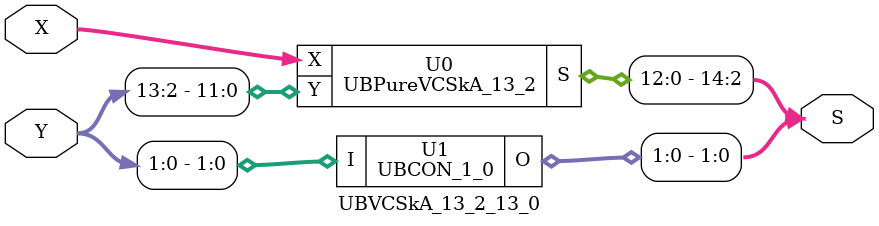
<source format=v>
/*----------------------------------------------------------------------------
  Copyright (c) 2021 Homma laboratory. All rights reserved.

  Top module: Multiplier_5_0_5_000

  Number system: Unsigned binary
  Multiplicand length: 6
  Multiplier length: 6
  Partial product generation: PPG with Radix-4 modified Booth recoding
  Partial product accumulation: (4;2) compressor tree
  Final stage addition: Carry-skip adder (variable-block-size)
----------------------------------------------------------------------------*/

module NUBZero_6_6(O);
  output [6:6] O;
  assign O[6] = 0;
endmodule

module R4BEEL_0_2(O_ds, O_d1, O_d0, I2, I1);
  output O_ds, O_d1, O_d0;
  input I1;
  input I2;
  assign O_d0 = I1;
  assign O_d1 = I2 & ( ~ I1 );
  assign O_ds = I2;
endmodule

module R4BEE_1(O_ds, O_d1, O_d0, I2, I1, I0);
  output O_ds, O_d1, O_d0;
  input I0;
  input I1;
  input I2;
  assign O_d0 = I1 ^ I0;
  assign O_d1 = ( I2 ^ I1 ) & ( ~ ( I1 ^ I0 ) );
  assign O_ds = I2;
endmodule

module R4BEE_2(O_ds, O_d1, O_d0, I2, I1, I0);
  output O_ds, O_d1, O_d0;
  input I0;
  input I1;
  input I2;
  assign O_d0 = I1 ^ I0;
  assign O_d1 = ( I2 ^ I1 ) & ( ~ ( I1 ^ I0 ) );
  assign O_ds = I2;
endmodule

module R4BEEH_3_2(O_ds, O_d1, O_d0, I1, I0);
  output O_ds, O_d1, O_d0;
  input I0;
  input I1;
  assign O_d0 = I1 ^ I0;
  assign O_d1 = 0;
  assign O_ds = I1;
endmodule

module SD41DDECON_0(S, U_d1, U_d0, I_ds, I_d1, I_d0);
  output S;
  output U_d1, U_d0;
  input I_ds, I_d1, I_d0;
  assign S = I_ds;
  assign U_d0 = I_d0;
  assign U_d1 = I_d1;
endmodule

module U4DPPGL_0_0(Po, O, I, U_d1, U_d0);
  output O;
  output Po;
  input I;
  input U_d1, U_d0;
  assign O = I & U_d0;
  assign Po = I & U_d1;
endmodule

module U4DPPG_1_0(Po, O, I, U_d1, U_d0, Pi);
  output O;
  output Po;
  input I;
  input Pi;
  input U_d1, U_d0;
  assign O = ( I & U_d0 ) | Pi;
  assign Po = I & U_d1;
endmodule

module U4DPPG_2_0(Po, O, I, U_d1, U_d0, Pi);
  output O;
  output Po;
  input I;
  input Pi;
  input U_d1, U_d0;
  assign O = ( I & U_d0 ) | Pi;
  assign Po = I & U_d1;
endmodule

module U4DPPG_3_0(Po, O, I, U_d1, U_d0, Pi);
  output O;
  output Po;
  input I;
  input Pi;
  input U_d1, U_d0;
  assign O = ( I & U_d0 ) | Pi;
  assign Po = I & U_d1;
endmodule

module U4DPPG_4_0(Po, O, I, U_d1, U_d0, Pi);
  output O;
  output Po;
  input I;
  input Pi;
  input U_d1, U_d0;
  assign O = ( I & U_d0 ) | Pi;
  assign Po = I & U_d1;
endmodule

module U4DPPG_5_0(Po, O, I, U_d1, U_d0, Pi);
  output O;
  output Po;
  input I;
  input Pi;
  input U_d1, U_d0;
  assign O = ( I & U_d0 ) | Pi;
  assign Po = I & U_d1;
endmodule

module U4DPPGH_6_0(Po, O, I, U_d1, U_d0, Pi);
  output O;
  output Po;
  input I;
  input Pi;
  input U_d1, U_d0;
  assign O = ( I & U_d0 ) | Pi;
  assign Po = I & ( U_d1 | U_d0 );
endmodule

module BWCPP_0(O, I, S);
  output O;
  input I;
  input S;
  assign O = S ^ I;
endmodule

module BWCPP_1(O, I, S);
  output O;
  input I;
  input S;
  assign O = S ^ I;
endmodule

module BWCPP_2(O, I, S);
  output O;
  input I;
  input S;
  assign O = S ^ I;
endmodule

module BWCPP_3(O, I, S);
  output O;
  input I;
  input S;
  assign O = S ^ I;
endmodule

module BWCPP_4(O, I, S);
  output O;
  input I;
  input S;
  assign O = S ^ I;
endmodule

module BWCPP_5(O, I, S);
  output O;
  input I;
  input S;
  assign O = S ^ I;
endmodule

module BWCPP_6(O, I, S);
  output O;
  input I;
  input S;
  assign O = S ^ I;
endmodule

module BWCNP_7(O, I, S);
  output O;
  input I;
  input S;
  assign O = ( ~ S ) ^ I;
endmodule

module UBBBG_0(O, S);
  output O;
  input S;
  assign O = S;
endmodule

module SD41DDECON_1(S, U_d1, U_d0, I_ds, I_d1, I_d0);
  output S;
  output U_d1, U_d0;
  input I_ds, I_d1, I_d0;
  assign S = I_ds;
  assign U_d0 = I_d0;
  assign U_d1 = I_d1;
endmodule

module U4DPPGL_0_1(Po, O, I, U_d1, U_d0);
  output O;
  output Po;
  input I;
  input U_d1, U_d0;
  assign O = I & U_d0;
  assign Po = I & U_d1;
endmodule

module U4DPPG_1_1(Po, O, I, U_d1, U_d0, Pi);
  output O;
  output Po;
  input I;
  input Pi;
  input U_d1, U_d0;
  assign O = ( I & U_d0 ) | Pi;
  assign Po = I & U_d1;
endmodule

module U4DPPG_2_1(Po, O, I, U_d1, U_d0, Pi);
  output O;
  output Po;
  input I;
  input Pi;
  input U_d1, U_d0;
  assign O = ( I & U_d0 ) | Pi;
  assign Po = I & U_d1;
endmodule

module U4DPPG_3_1(Po, O, I, U_d1, U_d0, Pi);
  output O;
  output Po;
  input I;
  input Pi;
  input U_d1, U_d0;
  assign O = ( I & U_d0 ) | Pi;
  assign Po = I & U_d1;
endmodule

module U4DPPG_4_1(Po, O, I, U_d1, U_d0, Pi);
  output O;
  output Po;
  input I;
  input Pi;
  input U_d1, U_d0;
  assign O = ( I & U_d0 ) | Pi;
  assign Po = I & U_d1;
endmodule

module U4DPPG_5_1(Po, O, I, U_d1, U_d0, Pi);
  output O;
  output Po;
  input I;
  input Pi;
  input U_d1, U_d0;
  assign O = ( I & U_d0 ) | Pi;
  assign Po = I & U_d1;
endmodule

module U4DPPGH_6_1(Po, O, I, U_d1, U_d0, Pi);
  output O;
  output Po;
  input I;
  input Pi;
  input U_d1, U_d0;
  assign O = ( I & U_d0 ) | Pi;
  assign Po = I & ( U_d1 | U_d0 );
endmodule

module BWCPP_7(O, I, S);
  output O;
  input I;
  input S;
  assign O = S ^ I;
endmodule

module BWCPP_8(O, I, S);
  output O;
  input I;
  input S;
  assign O = S ^ I;
endmodule

module BWCNP_9(O, I, S);
  output O;
  input I;
  input S;
  assign O = ( ~ S ) ^ I;
endmodule

module UBBBG_2(O, S);
  output O;
  input S;
  assign O = S;
endmodule

module SD41DDECON_2(S, U_d1, U_d0, I_ds, I_d1, I_d0);
  output S;
  output U_d1, U_d0;
  input I_ds, I_d1, I_d0;
  assign S = I_ds;
  assign U_d0 = I_d0;
  assign U_d1 = I_d1;
endmodule

module U4DPPGL_0_2(Po, O, I, U_d1, U_d0);
  output O;
  output Po;
  input I;
  input U_d1, U_d0;
  assign O = I & U_d0;
  assign Po = I & U_d1;
endmodule

module U4DPPG_1_2(Po, O, I, U_d1, U_d0, Pi);
  output O;
  output Po;
  input I;
  input Pi;
  input U_d1, U_d0;
  assign O = ( I & U_d0 ) | Pi;
  assign Po = I & U_d1;
endmodule

module U4DPPG_2_2(Po, O, I, U_d1, U_d0, Pi);
  output O;
  output Po;
  input I;
  input Pi;
  input U_d1, U_d0;
  assign O = ( I & U_d0 ) | Pi;
  assign Po = I & U_d1;
endmodule

module U4DPPG_3_2(Po, O, I, U_d1, U_d0, Pi);
  output O;
  output Po;
  input I;
  input Pi;
  input U_d1, U_d0;
  assign O = ( I & U_d0 ) | Pi;
  assign Po = I & U_d1;
endmodule

module U4DPPG_4_2(Po, O, I, U_d1, U_d0, Pi);
  output O;
  output Po;
  input I;
  input Pi;
  input U_d1, U_d0;
  assign O = ( I & U_d0 ) | Pi;
  assign Po = I & U_d1;
endmodule

module U4DPPG_5_2(Po, O, I, U_d1, U_d0, Pi);
  output O;
  output Po;
  input I;
  input Pi;
  input U_d1, U_d0;
  assign O = ( I & U_d0 ) | Pi;
  assign Po = I & U_d1;
endmodule

module U4DPPGH_6_2(Po, O, I, U_d1, U_d0, Pi);
  output O;
  output Po;
  input I;
  input Pi;
  input U_d1, U_d0;
  assign O = ( I & U_d0 ) | Pi;
  assign Po = I & ( U_d1 | U_d0 );
endmodule

module BWCPP_9(O, I, S);
  output O;
  input I;
  input S;
  assign O = S ^ I;
endmodule

module BWCPP_10(O, I, S);
  output O;
  input I;
  input S;
  assign O = S ^ I;
endmodule

module BWCNP_11(O, I, S);
  output O;
  input I;
  input S;
  assign O = ( ~ S ) ^ I;
endmodule

module UBBBG_4(O, S);
  output O;
  input S;
  assign O = S;
endmodule

module SD41DDECON_3(S, U_d1, U_d0, I_ds, I_d1, I_d0);
  output S;
  output U_d1, U_d0;
  input I_ds, I_d1, I_d0;
  assign S = I_ds;
  assign U_d0 = I_d0;
  assign U_d1 = I_d1;
endmodule

module U4DPPGL_0_3(Po, O, I, U_d1, U_d0);
  output O;
  output Po;
  input I;
  input U_d1, U_d0;
  assign O = I & U_d0;
  assign Po = I & U_d1;
endmodule

module U4DPPG_1_3(Po, O, I, U_d1, U_d0, Pi);
  output O;
  output Po;
  input I;
  input Pi;
  input U_d1, U_d0;
  assign O = ( I & U_d0 ) | Pi;
  assign Po = I & U_d1;
endmodule

module U4DPPG_2_3(Po, O, I, U_d1, U_d0, Pi);
  output O;
  output Po;
  input I;
  input Pi;
  input U_d1, U_d0;
  assign O = ( I & U_d0 ) | Pi;
  assign Po = I & U_d1;
endmodule

module U4DPPG_3_3(Po, O, I, U_d1, U_d0, Pi);
  output O;
  output Po;
  input I;
  input Pi;
  input U_d1, U_d0;
  assign O = ( I & U_d0 ) | Pi;
  assign Po = I & U_d1;
endmodule

module U4DPPG_4_3(Po, O, I, U_d1, U_d0, Pi);
  output O;
  output Po;
  input I;
  input Pi;
  input U_d1, U_d0;
  assign O = ( I & U_d0 ) | Pi;
  assign Po = I & U_d1;
endmodule

module U4DPPG_5_3(Po, O, I, U_d1, U_d0, Pi);
  output O;
  output Po;
  input I;
  input Pi;
  input U_d1, U_d0;
  assign O = ( I & U_d0 ) | Pi;
  assign Po = I & U_d1;
endmodule

module U4DPPGH_6_3(Po, O, I, U_d1, U_d0, Pi);
  output O;
  output Po;
  input I;
  input Pi;
  input U_d1, U_d0;
  assign O = ( I & U_d0 ) | Pi;
  assign Po = I & ( U_d1 | U_d0 );
endmodule

module BWCPP_11(O, I, S);
  output O;
  input I;
  input S;
  assign O = S ^ I;
endmodule

module BWCPP_12(O, I, S);
  output O;
  input I;
  input S;
  assign O = S ^ I;
endmodule

module BWCNP_13(O, I, S);
  output O;
  input I;
  input S;
  assign O = ( ~ S ) ^ I;
endmodule

module UBBBG_6(O, S);
  output O;
  input S;
  assign O = S;
endmodule

module UBOne_8(O);
  output O;
  assign O = 1;
endmodule

module UB1DCON_8(O, I);
  output O;
  input I;
  assign O = I;
endmodule

module UB1DCON_0(O, I);
  output O;
  input I;
  assign O = I;
endmodule

module UB1DCON_1(O, I);
  output O;
  input I;
  assign O = I;
endmodule

module UB1DCON_2(O, I);
  output O;
  input I;
  assign O = I;
endmodule

module UB1DCON_3(O, I);
  output O;
  input I;
  assign O = I;
endmodule

module UB1DCON_4(O, I);
  output O;
  input I;
  assign O = I;
endmodule

module UB1DCON_5(O, I);
  output O;
  input I;
  assign O = I;
endmodule

module UB1DCON_6(O, I);
  output O;
  input I;
  assign O = I;
endmodule

module UB1DCON_7(O, I);
  output O;
  input I;
  assign O = I;
endmodule

module UBOne_10(O);
  output O;
  assign O = 1;
endmodule

module UB1DCON_10(O, I);
  output O;
  input I;
  assign O = I;
endmodule

module UB1DCON_9(O, I);
  output O;
  input I;
  assign O = I;
endmodule

module UBZero_1_1(O);
  output [1:1] O;
  assign O[1] = 0;
endmodule

module UBOne_12(O);
  output O;
  assign O = 1;
endmodule

module UB1DCON_12(O, I);
  output O;
  input I;
  assign O = I;
endmodule

module UB1DCON_11(O, I);
  output O;
  input I;
  assign O = I;
endmodule

module UBZero_3_3(O);
  output [3:3] O;
  assign O[3] = 0;
endmodule

module UB1DCON_13(O, I);
  output O;
  input I;
  assign O = I;
endmodule

module UBZero_5_5(O);
  output [5:5] O;
  assign O[5] = 0;
endmodule

module UBOne_7(O);
  output O;
  assign O = 1;
endmodule

module UBHA_0(C, S, X, Y);
  output C;
  output S;
  input X;
  input Y;
  assign C = X & Y;
  assign S = X ^ Y;
endmodule

module UBHA_1(C, S, X, Y);
  output C;
  output S;
  input X;
  input Y;
  assign C = X & Y;
  assign S = X ^ Y;
endmodule

module UBFA_2(C, S, X, Y, Z);
  output C;
  output S;
  input X;
  input Y;
  input Z;
  assign C = ( X & Y ) | ( Y & Z ) | ( Z & X );
  assign S = X ^ Y ^ Z;
endmodule

module UBFA_3(C, S, X, Y, Z);
  output C;
  output S;
  input X;
  input Y;
  input Z;
  assign C = ( X & Y ) | ( Y & Z ) | ( Z & X );
  assign S = X ^ Y ^ Z;
endmodule

module UBFA_4(C, S, X, Y, Z);
  output C;
  output S;
  input X;
  input Y;
  input Z;
  assign C = ( X & Y ) | ( Y & Z ) | ( Z & X );
  assign S = X ^ Y ^ Z;
endmodule

module UBFA_5(C, S, X, Y, Z);
  output C;
  output S;
  input X;
  input Y;
  input Z;
  assign C = ( X & Y ) | ( Y & Z ) | ( Z & X );
  assign S = X ^ Y ^ Z;
endmodule

module UBFA_6(C, S, X, Y, Z);
  output C;
  output S;
  input X;
  input Y;
  input Z;
  assign C = ( X & Y ) | ( Y & Z ) | ( Z & X );
  assign S = X ^ Y ^ Z;
endmodule

module UBFA_7(C, S, X, Y, Z);
  output C;
  output S;
  input X;
  input Y;
  input Z;
  assign C = ( X & Y ) | ( Y & Z ) | ( Z & X );
  assign S = X ^ Y ^ Z;
endmodule

module UBFA_8(C, S, X, Y, Z);
  output C;
  output S;
  input X;
  input Y;
  input Z;
  assign C = ( X & Y ) | ( Y & Z ) | ( Z & X );
  assign S = X ^ Y ^ Z;
endmodule

module UBHA_9(C, S, X, Y);
  output C;
  output S;
  input X;
  input Y;
  assign C = X & Y;
  assign S = X ^ Y;
endmodule

module UBHA_10(C, S, X, Y);
  output C;
  output S;
  input X;
  input Y;
  assign C = X & Y;
  assign S = X ^ Y;
endmodule

module UBHA_2(C, S, X, Y);
  output C;
  output S;
  input X;
  input Y;
  assign C = X & Y;
  assign S = X ^ Y;
endmodule

module UBHA_3(C, S, X, Y);
  output C;
  output S;
  input X;
  input Y;
  assign C = X & Y;
  assign S = X ^ Y;
endmodule

module UBZero_6_6(O);
  output [6:6] O;
  assign O[6] = 0;
endmodule

module UB1B4_2CMP_6(Co, C, S, IN0, IN1, IN2, IN3, Ci);
  output C;
  output Co;
  output S;
  input Ci;
  input IN0;
  input IN1;
  input IN2;
  input IN3;
  wire W0;
  wire W1;
  wire W2;
  assign W0 = IN0 ^ IN1;
  assign W1 = IN2 ^ IN3;
  assign W2 = W0 ^ W1;
  assign S = W2 ^ Ci;
  assign C = ( W2 & Ci ) | ( ~ W2 & IN3 );
  assign Co = ( W0 & IN2 ) | ( ~ W0 & IN0 );
endmodule

module UB1B4_2CMP_7(Co, C, S, IN0, IN1, IN2, IN3, Ci);
  output C;
  output Co;
  output S;
  input Ci;
  input IN0;
  input IN1;
  input IN2;
  input IN3;
  wire W0;
  wire W1;
  wire W2;
  assign W0 = IN0 ^ IN1;
  assign W1 = IN2 ^ IN3;
  assign W2 = W0 ^ W1;
  assign S = W2 ^ Ci;
  assign C = ( W2 & Ci ) | ( ~ W2 & IN3 );
  assign Co = ( W0 & IN2 ) | ( ~ W0 & IN0 );
endmodule

module UB1B3_2CMP_8(Co, C, S, IN0, IN1, IN2, Ci);
  output C;
  output Co;
  output S;
  input Ci;
  input IN0;
  input IN1;
  input IN2;
  wire W0;
  wire W1;
  wire W2;
  assign W0 = IN0 ^ IN1;
  assign W1 = IN2;
  assign W2 = W0 ^ W1;
  assign S = W2 ^ Ci;
  assign C = ( W2 & Ci );
  assign Co = ( W0 & IN2 ) | ( ~ W0 & IN0 );
endmodule

module UB1B3_2CMP_9(Co, C, S, IN0, IN1, IN2, Ci);
  output C;
  output Co;
  output S;
  input Ci;
  input IN0;
  input IN1;
  input IN2;
  wire W0;
  wire W1;
  wire W2;
  assign W0 = IN0 ^ IN1;
  assign W1 = IN2;
  assign W2 = W0 ^ W1;
  assign S = W2 ^ Ci;
  assign C = ( W2 & Ci );
  assign Co = ( W0 & IN2 ) | ( ~ W0 & IN0 );
endmodule

module UB1B3_2CMP_10(Co, C, S, IN0, IN1, IN2, Ci);
  output C;
  output Co;
  output S;
  input Ci;
  input IN0;
  input IN1;
  input IN2;
  wire W0;
  wire W1;
  wire W2;
  assign W0 = IN0 ^ IN1;
  assign W1 = IN2;
  assign W2 = W0 ^ W1;
  assign S = W2 ^ Ci;
  assign C = ( W2 & Ci );
  assign Co = ( W0 & IN2 ) | ( ~ W0 & IN0 );
endmodule

module UB1B3_2CMP_11(Co, C, S, IN0, IN1, IN2, Ci);
  output C;
  output Co;
  output S;
  input Ci;
  input IN0;
  input IN1;
  input IN2;
  wire W0;
  wire W1;
  wire W2;
  assign W0 = IN0 ^ IN1;
  assign W1 = IN2;
  assign W2 = W0 ^ W1;
  assign S = W2 ^ Ci;
  assign C = ( W2 & Ci );
  assign Co = ( W0 & IN2 ) | ( ~ W0 & IN0 );
endmodule

module UBFA_12(C, S, X, Y, Z);
  output C;
  output S;
  input X;
  input Y;
  input Z;
  assign C = ( X & Y ) | ( Y & Z ) | ( Z & X );
  assign S = X ^ Y ^ Z;
endmodule

module UBPFA_3(Co, S, P, X, Y, Ci);
  output Co;
  output P;
  output S;
  input Ci;
  input X;
  input Y;
  wire C_0;
  wire C_1;
  wire S_0;
  assign Co = C_0 | C_1;
  assign P = S_0;
  UBHA_3 U0 (C_0, S_0, X, Y);
  UBHA_3 U1 (C_1, S, S_0, Ci);
endmodule

module UBHA_4(C, S, X, Y);
  output C;
  output S;
  input X;
  input Y;
  assign C = X & Y;
  assign S = X ^ Y;
endmodule

module UBPFA_4(Co, S, P, X, Y, Ci);
  output Co;
  output P;
  output S;
  input Ci;
  input X;
  input Y;
  wire C_0;
  wire C_1;
  wire S_0;
  assign Co = C_0 | C_1;
  assign P = S_0;
  UBHA_4 U0 (C_0, S_0, X, Y);
  UBHA_4 U1 (C_1, S, S_0, Ci);
endmodule

module UBCSkB_4_3(Co, S, X, Y, Ci);
  output Co;
  output [4:3] S;
  input Ci;
  input [4:3] X;
  input [4:3] Y;
  wire C4;
  wire C5;
  wire P3;
  wire P4;
  wire Sk;
  assign Sk = ( P3 & P4 ) & Ci;
  assign Co = C5 | Sk;
  UBPFA_3 U0 (C4, S[3], P3, X[3], Y[3], Ci);
  UBPFA_4 U1 (C5, S[4], P4, X[4], Y[4], C4);
endmodule

module UBHA_5(C, S, X, Y);
  output C;
  output S;
  input X;
  input Y;
  assign C = X & Y;
  assign S = X ^ Y;
endmodule

module UBPFA_5(Co, S, P, X, Y, Ci);
  output Co;
  output P;
  output S;
  input Ci;
  input X;
  input Y;
  wire C_0;
  wire C_1;
  wire S_0;
  assign Co = C_0 | C_1;
  assign P = S_0;
  UBHA_5 U0 (C_0, S_0, X, Y);
  UBHA_5 U1 (C_1, S, S_0, Ci);
endmodule

module UBHA_6(C, S, X, Y);
  output C;
  output S;
  input X;
  input Y;
  assign C = X & Y;
  assign S = X ^ Y;
endmodule

module UBPFA_6(Co, S, P, X, Y, Ci);
  output Co;
  output P;
  output S;
  input Ci;
  input X;
  input Y;
  wire C_0;
  wire C_1;
  wire S_0;
  assign Co = C_0 | C_1;
  assign P = S_0;
  UBHA_6 U0 (C_0, S_0, X, Y);
  UBHA_6 U1 (C_1, S, S_0, Ci);
endmodule

module UBHA_7(C, S, X, Y);
  output C;
  output S;
  input X;
  input Y;
  assign C = X & Y;
  assign S = X ^ Y;
endmodule

module UBPFA_7(Co, S, P, X, Y, Ci);
  output Co;
  output P;
  output S;
  input Ci;
  input X;
  input Y;
  wire C_0;
  wire C_1;
  wire S_0;
  assign Co = C_0 | C_1;
  assign P = S_0;
  UBHA_7 U0 (C_0, S_0, X, Y);
  UBHA_7 U1 (C_1, S, S_0, Ci);
endmodule

module UBCSkB_7_5(Co, S, X, Y, Ci);
  output Co;
  output [7:5] S;
  input Ci;
  input [7:5] X;
  input [7:5] Y;
  wire C6;
  wire C7;
  wire C8;
  wire P5;
  wire P6;
  wire P7;
  wire Sk;
  assign Sk = ( P5 & P6 & P7 ) & Ci;
  assign Co = C8 | Sk;
  UBPFA_5 U0 (C6, S[5], P5, X[5], Y[5], Ci);
  UBPFA_6 U1 (C7, S[6], P6, X[6], Y[6], C6);
  UBPFA_7 U2 (C8, S[7], P7, X[7], Y[7], C7);
endmodule

module UBHA_8(C, S, X, Y);
  output C;
  output S;
  input X;
  input Y;
  assign C = X & Y;
  assign S = X ^ Y;
endmodule

module UBPFA_8(Co, S, P, X, Y, Ci);
  output Co;
  output P;
  output S;
  input Ci;
  input X;
  input Y;
  wire C_0;
  wire C_1;
  wire S_0;
  assign Co = C_0 | C_1;
  assign P = S_0;
  UBHA_8 U0 (C_0, S_0, X, Y);
  UBHA_8 U1 (C_1, S, S_0, Ci);
endmodule

module UBPFA_9(Co, S, P, X, Y, Ci);
  output Co;
  output P;
  output S;
  input Ci;
  input X;
  input Y;
  wire C_0;
  wire C_1;
  wire S_0;
  assign Co = C_0 | C_1;
  assign P = S_0;
  UBHA_9 U0 (C_0, S_0, X, Y);
  UBHA_9 U1 (C_1, S, S_0, Ci);
endmodule

module UBPFA_10(Co, S, P, X, Y, Ci);
  output Co;
  output P;
  output S;
  input Ci;
  input X;
  input Y;
  wire C_0;
  wire C_1;
  wire S_0;
  assign Co = C_0 | C_1;
  assign P = S_0;
  UBHA_10 U0 (C_0, S_0, X, Y);
  UBHA_10 U1 (C_1, S, S_0, Ci);
endmodule

module UBCSkB_10_8(Co, S, X, Y, Ci);
  output Co;
  output [10:8] S;
  input Ci;
  input [10:8] X;
  input [10:8] Y;
  wire C10;
  wire C11;
  wire C9;
  wire P10;
  wire P8;
  wire P9;
  wire Sk;
  assign Sk = ( P8 & P9 & P10 ) & Ci;
  assign Co = C11 | Sk;
  UBPFA_8 U0 (C9, S[8], P8, X[8], Y[8], Ci);
  UBPFA_9 U1 (C10, S[9], P9, X[9], Y[9], C9);
  UBPFA_10 U2 (C11, S[10], P10, X[10], Y[10], C10);
endmodule

module UBHA_11(C, S, X, Y);
  output C;
  output S;
  input X;
  input Y;
  assign C = X & Y;
  assign S = X ^ Y;
endmodule

module UBPFA_11(Co, S, P, X, Y, Ci);
  output Co;
  output P;
  output S;
  input Ci;
  input X;
  input Y;
  wire C_0;
  wire C_1;
  wire S_0;
  assign Co = C_0 | C_1;
  assign P = S_0;
  UBHA_11 U0 (C_0, S_0, X, Y);
  UBHA_11 U1 (C_1, S, S_0, Ci);
endmodule

module UBHA_12(C, S, X, Y);
  output C;
  output S;
  input X;
  input Y;
  assign C = X & Y;
  assign S = X ^ Y;
endmodule

module UBPFA_12(Co, S, P, X, Y, Ci);
  output Co;
  output P;
  output S;
  input Ci;
  input X;
  input Y;
  wire C_0;
  wire C_1;
  wire S_0;
  assign Co = C_0 | C_1;
  assign P = S_0;
  UBHA_12 U0 (C_0, S_0, X, Y);
  UBHA_12 U1 (C_1, S, S_0, Ci);
endmodule

module UBCSkB_12_11(Co, S, X, Y, Ci);
  output Co;
  output [12:11] S;
  input Ci;
  input [12:11] X;
  input [12:11] Y;
  wire C12;
  wire C13;
  wire P11;
  wire P12;
  wire Sk;
  assign Sk = ( P11 & P12 ) & Ci;
  assign Co = C13 | Sk;
  UBPFA_11 U0 (C12, S[11], P11, X[11], Y[11], Ci);
  UBPFA_12 U1 (C13, S[12], P12, X[12], Y[12], C12);
endmodule

module UBHA_13(C, S, X, Y);
  output C;
  output S;
  input X;
  input Y;
  assign C = X & Y;
  assign S = X ^ Y;
endmodule

module UBPFA_13(Co, S, P, X, Y, Ci);
  output Co;
  output P;
  output S;
  input Ci;
  input X;
  input Y;
  wire C_0;
  wire C_1;
  wire S_0;
  assign Co = C_0 | C_1;
  assign P = S_0;
  UBHA_13 U0 (C_0, S_0, X, Y);
  UBHA_13 U1 (C_1, S, S_0, Ci);
endmodule

module UBCSkB_13_13(Co, S, X, Y, Ci);
  output Co;
  output [13:13] S;
  input Ci;
  input [13:13] X;
  input [13:13] Y;
  wire C14;
  wire P13;
  wire Sk;
  assign Sk = P13 & Ci;
  assign Co = C14 | Sk;
  UBPFA_13 U0 (C14, S[13], P13, X[13], Y[13], Ci);
endmodule

module UBPriVCSkA_13_2(S, X, Y, Cin);
  output [14:2] S;
  input Cin;
  input [13:2] X;
  input [13:2] Y;
  wire C11;
  wire C13;
  wire C3;
  wire C5;
  wire C8;
  UBFA_2 U0 (C3, S[2], X[2], Y[2], Cin);
  UBCSkB_4_3 U1 (C5, S[4:3], X[4:3], Y[4:3], C3);
  UBCSkB_7_5 U2 (C8, S[7:5], X[7:5], Y[7:5], C5);
  UBCSkB_10_8 U3 (C11, S[10:8], X[10:8], Y[10:8], C8);
  UBCSkB_12_11 U4 (C13, S[12:11], X[12:11], Y[12:11], C11);
  UBCSkB_13_13 U5 (S[14], S[13], X[13], Y[13], C13);
endmodule

module UBZero_2_2(O);
  output [2:2] O;
  assign O[2] = 0;
endmodule

module UBTC1CON14_0(O, I);
  output O;
  input I;
  assign O = I;
endmodule

module UBTC1CON14_1(O, I);
  output O;
  input I;
  assign O = I;
endmodule

module UBTC1CON14_2(O, I);
  output O;
  input I;
  assign O = I;
endmodule

module UBTC1CON14_3(O, I);
  output O;
  input I;
  assign O = I;
endmodule

module UBTC1CON14_4(O, I);
  output O;
  input I;
  assign O = I;
endmodule

module UBTC1CON14_5(O, I);
  output O;
  input I;
  assign O = I;
endmodule

module UBTC1CON14_6(O, I);
  output O;
  input I;
  assign O = I;
endmodule

module UBTC1CON14_7(O, I);
  output O;
  input I;
  assign O = I;
endmodule

module UBTC1CON14_8(O, I);
  output O;
  input I;
  assign O = I;
endmodule

module UBTC1CON14_9(O, I);
  output O;
  input I;
  assign O = I;
endmodule

module UBTC1CON14_10(O, I);
  output O;
  input I;
  assign O = I;
endmodule

module UBTC1CON14_11(O, I);
  output O;
  input I;
  assign O = I;
endmodule

module UBTC1CON14_12(O, I);
  output O;
  input I;
  assign O = I;
endmodule

module UBTC1CON14_13(O, I);
  output O;
  input I;
  assign O = I;
endmodule

module UBTCTCONV_14_14(O, I);
  output [14:14] O;
  input [14:14] I;
  assign O = ~ I;
endmodule

module Multiplier_5_0_5_000(P, IN1, IN2);
  output [11:0] P;
  input [5:0] IN1;
  input [5:0] IN2;
  wire [14:0] W;
  assign P[0] = W[0];
  assign P[1] = W[1];
  assign P[2] = W[2];
  assign P[3] = W[3];
  assign P[4] = W[4];
  assign P[5] = W[5];
  assign P[6] = W[6];
  assign P[7] = W[7];
  assign P[8] = W[8];
  assign P[9] = W[9];
  assign P[10] = W[10];
  assign P[11] = W[11];
  MultUB_R4B_C42_VC000 U0 (W, IN1, IN2);
endmodule

module C42TR_8_0_10_0_12000 (S1, S2, PP0, PP1, PP2, PP3, PP4);
  output [13:2] S1;
  output [13:0] S2;
  input [8:0] PP0;
  input [10:0] PP1;
  input [12:2] PP2;
  input [13:4] PP3;
  input [7:6] PP4;
  wire [12:0] W1_0;
  wire [11:1] W1_1;
  CSA_8_0_10_0_12_2 U0 (W1_1, W1_0, PP0, PP1, PP2);
  UB4_2Comp_12_0_11000 U1 (S1[13:2], S2[13:0], W1_0, W1_1, PP3, PP4);
endmodule

module CSA_8_0_10_0_12_2 (C, S, X, Y, Z);
  output [11:1] C;
  output [12:0] S;
  input [8:0] X;
  input [10:0] Y;
  input [12:2] Z;
  PureCSHA_1_0 U0 (C[2:1], S[1:0], Y[1:0], X[1:0]);
  PureCSA_8_2 U1 (C[9:3], S[8:2], Z[8:2], Y[8:2], X[8:2]);
  PureCSHA_10_9 U2 (C[11:10], S[10:9], Z[10:9], Y[10:9]);
  UBCON_12_11 U3 (S[12:11], Z[12:11]);
endmodule

module MultUB_R4B_C42_VC000 (P, IN1, IN2);
  output [14:0] P;
  input [5:0] IN1;
  input [5:0] IN2;
  wire [8:0] PP0;
  wire [10:0] PP1;
  wire [12:2] PP2;
  wire [13:4] PP3;
  wire [7:6] PP4;
  wire [13:2] S1;
  wire [13:0] S2;
  wire [14:0] UP;
  UBR4BPPG_5_0_5_0 U0 (PP0, PP1, PP2, PP3, PP4, IN1, IN2);
  C42TR_8_0_10_0_12000 U1 (S1[13:2], S2[13:0], PP0, PP1, PP2, PP3, PP4);
  UBVCSkA_13_2_13_0 U2 (UP, S1[13:2], S2[13:0]);
  UBTCCONV14_14_0 U3 (P, UP);
endmodule

module PureCSA_5_4 (C, S, X, Y, Z);
  output [6:5] C;
  output [5:4] S;
  input [5:4] X;
  input [5:4] Y;
  input [5:4] Z;
  UBFA_4 U0 (C[5], S[4], X[4], Y[4], Z[4]);
  UBFA_5 U1 (C[6], S[5], X[5], Y[5], Z[5]);
endmodule

module PureCSA_8_2 (C, S, X, Y, Z);
  output [9:3] C;
  output [8:2] S;
  input [8:2] X;
  input [8:2] Y;
  input [8:2] Z;
  UBFA_2 U0 (C[3], S[2], X[2], Y[2], Z[2]);
  UBFA_3 U1 (C[4], S[3], X[3], Y[3], Z[3]);
  UBFA_4 U2 (C[5], S[4], X[4], Y[4], Z[4]);
  UBFA_5 U3 (C[6], S[5], X[5], Y[5], Z[5]);
  UBFA_6 U4 (C[7], S[6], X[6], Y[6], Z[6]);
  UBFA_7 U5 (C[8], S[7], X[7], Y[7], Z[7]);
  UBFA_8 U6 (C[9], S[8], X[8], Y[8], Z[8]);
endmodule

module PureCSHA_10_9 (C, S, X, Y);
  output [11:10] C;
  output [10:9] S;
  input [10:9] X;
  input [10:9] Y;
  UBHA_9 U0 (C[10], S[9], X[9], Y[9]);
  UBHA_10 U1 (C[11], S[10], X[10], Y[10]);
endmodule

module PureCSHA_1_0 (C, S, X, Y);
  output [2:1] C;
  output [1:0] S;
  input [1:0] X;
  input [1:0] Y;
  UBHA_0 U0 (C[1], S[0], X[0], Y[0]);
  UBHA_1 U1 (C[2], S[1], X[1], Y[1]);
endmodule

module PureCSHA_3_1 (C, S, X, Y);
  output [4:2] C;
  output [3:1] S;
  input [3:1] X;
  input [3:1] Y;
  UBHA_1 U0 (C[2], S[1], X[1], Y[1]);
  UBHA_2 U1 (C[3], S[2], X[2], Y[2]);
  UBHA_3 U2 (C[4], S[3], X[3], Y[3]);
endmodule

module TCU4VPPG_6_0_0 (O_T, O_R, IN1_T, IN1_R, U__d1, U__d0);
  output [6:0] O_R;
  output O_T;
  input [5:0] IN1_R;
  input IN1_T;
  input U__d1, U__d0;
  wire [6:1] P;
  U4DPPGL_0_0 U0 (P[1], O_R[0], IN1_R[0], U__d1, U__d0);
  U4DPPG_1_0 U1 (P[2], O_R[1], IN1_R[1], U__d1, U__d0, P[1]);
  U4DPPG_2_0 U2 (P[3], O_R[2], IN1_R[2], U__d1, U__d0, P[2]);
  U4DPPG_3_0 U3 (P[4], O_R[3], IN1_R[3], U__d1, U__d0, P[3]);
  U4DPPG_4_0 U4 (P[5], O_R[4], IN1_R[4], U__d1, U__d0, P[4]);
  U4DPPG_5_0 U5 (P[6], O_R[5], IN1_R[5], U__d1, U__d0, P[5]);
  U4DPPGH_6_0 U6 (O_T, O_R[6], IN1_T, U__d1, U__d0, P[6]);
endmodule

module TCU4VPPG_6_0_1 (O_T, O_R, IN1_T, IN1_R, U__d1, U__d0);
  output [8:2] O_R;
  output O_T;
  input [5:0] IN1_R;
  input IN1_T;
  input U__d1, U__d0;
  wire [8:3] P;
  U4DPPGL_0_1 U0 (P[3], O_R[2], IN1_R[0], U__d1, U__d0);
  U4DPPG_1_1 U1 (P[4], O_R[3], IN1_R[1], U__d1, U__d0, P[3]);
  U4DPPG_2_1 U2 (P[5], O_R[4], IN1_R[2], U__d1, U__d0, P[4]);
  U4DPPG_3_1 U3 (P[6], O_R[5], IN1_R[3], U__d1, U__d0, P[5]);
  U4DPPG_4_1 U4 (P[7], O_R[6], IN1_R[4], U__d1, U__d0, P[6]);
  U4DPPG_5_1 U5 (P[8], O_R[7], IN1_R[5], U__d1, U__d0, P[7]);
  U4DPPGH_6_1 U6 (O_T, O_R[8], IN1_T, U__d1, U__d0, P[8]);
endmodule

module TCU4VPPG_6_0_2 (O_T, O_R, IN1_T, IN1_R, U__d1, U__d0);
  output [10:4] O_R;
  output O_T;
  input [5:0] IN1_R;
  input IN1_T;
  input U__d1, U__d0;
  wire [10:5] P;
  U4DPPGL_0_2 U0 (P[5], O_R[4], IN1_R[0], U__d1, U__d0);
  U4DPPG_1_2 U1 (P[6], O_R[5], IN1_R[1], U__d1, U__d0, P[5]);
  U4DPPG_2_2 U2 (P[7], O_R[6], IN1_R[2], U__d1, U__d0, P[6]);
  U4DPPG_3_2 U3 (P[8], O_R[7], IN1_R[3], U__d1, U__d0, P[7]);
  U4DPPG_4_2 U4 (P[9], O_R[8], IN1_R[4], U__d1, U__d0, P[8]);
  U4DPPG_5_2 U5 (P[10], O_R[9], IN1_R[5], U__d1, U__d0, P[9]);
  U4DPPGH_6_2 U6 (O_T, O_R[10], IN1_T, U__d1, U__d0, P[10]);
endmodule

module TCU4VPPG_6_0_3 (O_T, O_R, IN1_T, IN1_R, U__d1, U__d0);
  output [12:6] O_R;
  output O_T;
  input [5:0] IN1_R;
  input IN1_T;
  input U__d1, U__d0;
  wire [12:7] P;
  U4DPPGL_0_3 U0 (P[7], O_R[6], IN1_R[0], U__d1, U__d0);
  U4DPPG_1_3 U1 (P[8], O_R[7], IN1_R[1], U__d1, U__d0, P[7]);
  U4DPPG_2_3 U2 (P[9], O_R[8], IN1_R[2], U__d1, U__d0, P[8]);
  U4DPPG_3_3 U3 (P[10], O_R[9], IN1_R[3], U__d1, U__d0, P[9]);
  U4DPPG_4_3 U4 (P[11], O_R[10], IN1_R[4], U__d1, U__d0, P[10]);
  U4DPPG_5_3 U5 (P[12], O_R[11], IN1_R[5], U__d1, U__d0, P[11]);
  U4DPPGH_6_3 U6 (O_T, O_R[12], IN1_T, U__d1, U__d0, P[12]);
endmodule

module TUBWCON_11_4 (O, I_T, I_R, S);
  output [11:4] O;
  input [10:4] I_R;
  input I_T;
  input S;
  BWCPP_4 U0 (O[4], I_R[4], S);
  BWCPP_5 U1 (O[5], I_R[5], S);
  BWCPP_6 U2 (O[6], I_R[6], S);
  BWCPP_7 U3 (O[7], I_R[7], S);
  BWCPP_8 U4 (O[8], I_R[8], S);
  BWCPP_9 U5 (O[9], I_R[9], S);
  BWCPP_10 U6 (O[10], I_R[10], S);
  BWCNP_11 U7 (O[11], I_T, S);
endmodule

module TUBWCON_13_6 (O, I_T, I_R, S);
  output [13:6] O;
  input [12:6] I_R;
  input I_T;
  input S;
  BWCPP_6 U0 (O[6], I_R[6], S);
  BWCPP_7 U1 (O[7], I_R[7], S);
  BWCPP_8 U2 (O[8], I_R[8], S);
  BWCPP_9 U3 (O[9], I_R[9], S);
  BWCPP_10 U4 (O[10], I_R[10], S);
  BWCPP_11 U5 (O[11], I_R[11], S);
  BWCPP_12 U6 (O[12], I_R[12], S);
  BWCNP_13 U7 (O[13], I_T, S);
endmodule

module TUBWCON_7_0 (O, I_T, I_R, S);
  output [7:0] O;
  input [6:0] I_R;
  input I_T;
  input S;
  BWCPP_0 U0 (O[0], I_R[0], S);
  BWCPP_1 U1 (O[1], I_R[1], S);
  BWCPP_2 U2 (O[2], I_R[2], S);
  BWCPP_3 U3 (O[3], I_R[3], S);
  BWCPP_4 U4 (O[4], I_R[4], S);
  BWCPP_5 U5 (O[5], I_R[5], S);
  BWCPP_6 U6 (O[6], I_R[6], S);
  BWCNP_7 U7 (O[7], I_T, S);
endmodule

module TUBWCON_9_2 (O, I_T, I_R, S);
  output [9:2] O;
  input [8:2] I_R;
  input I_T;
  input S;
  BWCPP_2 U0 (O[2], I_R[2], S);
  BWCPP_3 U1 (O[3], I_R[3], S);
  BWCPP_4 U2 (O[4], I_R[4], S);
  BWCPP_5 U3 (O[5], I_R[5], S);
  BWCPP_6 U4 (O[6], I_R[6], S);
  BWCPP_7 U5 (O[7], I_R[7], S);
  BWCPP_8 U6 (O[8], I_R[8], S);
  BWCNP_9 U7 (O[9], I_T, S);
endmodule

module UB4_2Comp_12_0_11000 (C, S, IN0, IN1, IN2, IN3);
  output [13:2] C;
  output [13:0] S;
  input [12:0] IN0;
  input [11:1] IN1;
  input [13:4] IN2;
  input [7:6] IN3;
  wire W0;
  wire W1;
  wire WZ;
  UB1DCON_0 U0 (S[0], IN0[0]);
  PureCSHA_3_1 U1 (C[4:2], S[3:1], IN1[3:1], IN0[3:1]);
  PureCSA_5_4 U2 (C[6:5], S[5:4], IN2[5:4], IN1[5:4], IN0[5:4]);
  UBZero_6_6 U3 (WZ);
  UBPure4_2CMP_7_6 U4 (W0, C[8:7], S[7:6], IN3[7:6], IN2[7:6], IN1[7:6], IN0[7:6], WZ);
  UBPure3_2CMP_11_8 U5 (W1, C[12:9], S[11:8], IN2[11:8], IN0[11:8], IN1[11:8], W0);
  UBFA_12 U6 (C[13], S[12], IN2[12], IN0[12], W1);
  UB1DCON_13 U7 (S[13], IN2[13]);
endmodule

module UBCMBIN_10_10_9_2000 (O, IN0, IN1, IN2);
  output [10:0] O;
  input IN0;
  input [9:2] IN1;
  input IN2;
  UB1DCON_10 U0 (O[10], IN0);
  UBCON_9_2 U1 (O[9:2], IN1);
  UBZero_1_1 U2 (O[1]);
  UB1DCON_0 U3 (O[0], IN2);
endmodule

module UBCMBIN_12_12_11_000 (O, IN0, IN1, IN2);
  output [12:2] O;
  input IN0;
  input [11:4] IN1;
  input IN2;
  UB1DCON_12 U0 (O[12], IN0);
  UBCON_11_4 U1 (O[11:4], IN1);
  UBZero_3_3 U2 (O[3]);
  UB1DCON_2 U3 (O[2], IN2);
endmodule

module UBCMBIN_13_6_4_4 (O, IN0, IN1);
  output [13:4] O;
  input [13:6] IN0;
  input IN1;
  UBCON_13_6 U0 (O[13:6], IN0);
  UBZero_5_5 U1 (O[5]);
  UB1DCON_4 U2 (O[4], IN1);
endmodule

module UBCMBIN_7_7_6_6 (O, IN0, IN1);
  output [7:6] O;
  input IN0;
  input IN1;
  UB1DCON_7 U0 (O[7], IN0);
  UB1DCON_6 U1 (O[6], IN1);
endmodule

module UBCMBIN_8_8_7_0 (O, IN0, IN1);
  output [8:0] O;
  input IN0;
  input [7:0] IN1;
  UB1DCON_8 U0 (O[8], IN0);
  UBCON_7_0 U1 (O[7:0], IN1);
endmodule

module UBCON_11_4 (O, I);
  output [11:4] O;
  input [11:4] I;
  UB1DCON_4 U0 (O[4], I[4]);
  UB1DCON_5 U1 (O[5], I[5]);
  UB1DCON_6 U2 (O[6], I[6]);
  UB1DCON_7 U3 (O[7], I[7]);
  UB1DCON_8 U4 (O[8], I[8]);
  UB1DCON_9 U5 (O[9], I[9]);
  UB1DCON_10 U6 (O[10], I[10]);
  UB1DCON_11 U7 (O[11], I[11]);
endmodule

module UBCON_12_11 (O, I);
  output [12:11] O;
  input [12:11] I;
  UB1DCON_11 U0 (O[11], I[11]);
  UB1DCON_12 U1 (O[12], I[12]);
endmodule

module UBCON_13_6 (O, I);
  output [13:6] O;
  input [13:6] I;
  UB1DCON_6 U0 (O[6], I[6]);
  UB1DCON_7 U1 (O[7], I[7]);
  UB1DCON_8 U2 (O[8], I[8]);
  UB1DCON_9 U3 (O[9], I[9]);
  UB1DCON_10 U4 (O[10], I[10]);
  UB1DCON_11 U5 (O[11], I[11]);
  UB1DCON_12 U6 (O[12], I[12]);
  UB1DCON_13 U7 (O[13], I[13]);
endmodule

module UBCON_1_0 (O, I);
  output [1:0] O;
  input [1:0] I;
  UB1DCON_0 U0 (O[0], I[0]);
  UB1DCON_1 U1 (O[1], I[1]);
endmodule

module UBCON_7_0 (O, I);
  output [7:0] O;
  input [7:0] I;
  UB1DCON_0 U0 (O[0], I[0]);
  UB1DCON_1 U1 (O[1], I[1]);
  UB1DCON_2 U2 (O[2], I[2]);
  UB1DCON_3 U3 (O[3], I[3]);
  UB1DCON_4 U4 (O[4], I[4]);
  UB1DCON_5 U5 (O[5], I[5]);
  UB1DCON_6 U6 (O[6], I[6]);
  UB1DCON_7 U7 (O[7], I[7]);
endmodule

module UBCON_9_2 (O, I);
  output [9:2] O;
  input [9:2] I;
  UB1DCON_2 U0 (O[2], I[2]);
  UB1DCON_3 U1 (O[3], I[3]);
  UB1DCON_4 U2 (O[4], I[4]);
  UB1DCON_5 U3 (O[5], I[5]);
  UB1DCON_6 U4 (O[6], I[6]);
  UB1DCON_7 U5 (O[7], I[7]);
  UB1DCON_8 U6 (O[8], I[8]);
  UB1DCON_9 U7 (O[9], I[9]);
endmodule

module UBPure3_2CMP_11_8 (Co, C, S, IN0, IN1, IN2, Ci);
  output [12:9] C;
  output Co;
  output [11:8] S;
  input Ci;
  input [11:8] IN0;
  input [11:8] IN1;
  input [11:8] IN2;
  wire [11:9] W;
  UB1B3_2CMP_8 U0 (W[9], C[9], S[8], IN0[8], IN1[8], IN2[8], Ci);
  UB1B3_2CMP_9 U1 (W[10], C[10], S[9], IN0[9], IN1[9], IN2[9], W[9]);
  UB1B3_2CMP_10 U2 (W[11], C[11], S[10], IN0[10], IN1[10], IN2[10], W[10]);
  UB1B3_2CMP_11 U3 (Co, C[12], S[11], IN0[11], IN1[11], IN2[11], W[11]);
endmodule

module UBPure4_2CMP_7_6 (Co, C, S, IN0, IN1, IN2, IN3, Ci);
  output [8:7] C;
  output Co;
  output [7:6] S;
  input Ci;
  input [7:6] IN0;
  input [7:6] IN1;
  input [7:6] IN2;
  input [7:6] IN3;
  wire W;
  UB1B4_2CMP_6 U0 (W, C[7], S[6], IN0[6], IN1[6], IN2[6], IN3[6], Ci);
  UB1B4_2CMP_7 U1 (Co, C[8], S[7], IN0[7], IN1[7], IN2[7], IN3[7], W);
endmodule

module UBPureVCSkA_13_2 (S, X, Y);
  output [14:2] S;
  input [13:2] X;
  input [13:2] Y;
  wire C;
  UBPriVCSkA_13_2 U0 (S, X, Y, C);
  UBZero_2_2 U1 (C);
endmodule

module UBR4BE_5_0 (O__ds, O__d1, O__d0, I);
  output [3:0] O__ds, O__d1, O__d0;
  input [5:0] I;
  wire T;
  NUBZero_6_6 U0 (T);
  R4BEEL_0_2 U1 (O__ds[0], O__d1[0], O__d0[0], I[1], I[0]);
  R4BEE_1 U2 (O__ds[1], O__d1[1], O__d0[1], I[3], I[2], I[1]);
  R4BEE_2 U3 (O__ds[2], O__d1[2], O__d0[2], I[5], I[4], I[3]);
  R4BEEH_3_2 U4 (O__ds[3], O__d1[3], O__d0[3], T, I[5]);
endmodule

module UBR4BPPG_5_0_5_0 (PP0, PP1, PP2, PP3, PP4, IN1, IN2);
  output [8:0] PP0;
  output [10:0] PP1;
  output [12:2] PP2;
  output [13:4] PP3;
  output [7:6] PP4;
  input [5:0] IN1;
  input [5:0] IN2;
  wire B0;
  wire B1;
  wire B2;
  wire B3;
  wire [3:0] IN2SD__ds, IN2SD__d1, IN2SD__d0;
  wire [7:0] PPT0;
  wire [9:2] PPT1;
  wire [11:4] PPT2;
  wire [13:6] PPT3;
  wire S0;
  wire S1;
  wire S2;
  wire S3;
  UBR4BE_5_0 U0 (IN2SD__ds, IN2SD__d1, IN2SD__d0, IN2);
  UBSD4VPPG_5_0_0 U1 (PPT0, S0, IN1, IN2SD__ds[0], IN2SD__d1[0], IN2SD__d0[0]);
  UBSD4VPPG_5_0_1 U2 (PPT1, S1, IN1, IN2SD__ds[1], IN2SD__d1[1], IN2SD__d0[1]);
  UBSD4VPPG_5_0_2 U3 (PPT2, S2, IN1, IN2SD__ds[2], IN2SD__d1[2], IN2SD__d0[2]);
  UBSD4VPPG_5_0_3 U4 (PPT3, S3, IN1, IN2SD__ds[3], IN2SD__d1[3], IN2SD__d0[3]);
  UBOne_8 U5 (B0);
  UBCMBIN_8_8_7_0 U6 (PP0, B0, PPT0);
  UBOne_10 U7 (B1);
  UBCMBIN_10_10_9_2000 U8 (PP1, B1, PPT1, S0);
  UBOne_12 U9 (B2);
  UBCMBIN_12_12_11_000 U10 (PP2, B2, PPT2, S1);
  UBCMBIN_13_6_4_4 U11 (PP3, PPT3, S2);
  UBOne_7 U12 (B3);
  UBCMBIN_7_7_6_6 U13 (PP4, B3, S3);
endmodule

module UBSD4VPPG_5_0_0 (PP, C, IN1, IN2__ds, IN2__d1, IN2__d0);
  output C;
  output [7:0] PP;
  input [5:0] IN1;
  input IN2__ds, IN2__d1, IN2__d0;
  wire NZ;
  wire S;
  wire U__d1, U__d0;
  wire [6:0] W_R;
  wire W_T;
  SD41DDECON_0 U0 (S, U__d1, U__d0, IN2__ds, IN2__d1, IN2__d0);
  NUBZero_6_6 U1 (NZ);
  TCU4VPPG_6_0_0 U2 (W_T, W_R, NZ, IN1, U__d1, U__d0);
  TUBWCON_7_0 U3 (PP, W_T, W_R, S);
  UBBBG_0 U4 (C, S);
endmodule

module UBSD4VPPG_5_0_1 (PP, C, IN1, IN2__ds, IN2__d1, IN2__d0);
  output C;
  output [9:2] PP;
  input [5:0] IN1;
  input IN2__ds, IN2__d1, IN2__d0;
  wire NZ;
  wire S;
  wire U__d1, U__d0;
  wire [8:2] W_R;
  wire W_T;
  SD41DDECON_1 U0 (S, U__d1, U__d0, IN2__ds, IN2__d1, IN2__d0);
  NUBZero_6_6 U1 (NZ);
  TCU4VPPG_6_0_1 U2 (W_T, W_R, NZ, IN1, U__d1, U__d0);
  TUBWCON_9_2 U3 (PP, W_T, W_R, S);
  UBBBG_2 U4 (C, S);
endmodule

module UBSD4VPPG_5_0_2 (PP, C, IN1, IN2__ds, IN2__d1, IN2__d0);
  output C;
  output [11:4] PP;
  input [5:0] IN1;
  input IN2__ds, IN2__d1, IN2__d0;
  wire NZ;
  wire S;
  wire U__d1, U__d0;
  wire [10:4] W_R;
  wire W_T;
  SD41DDECON_2 U0 (S, U__d1, U__d0, IN2__ds, IN2__d1, IN2__d0);
  NUBZero_6_6 U1 (NZ);
  TCU4VPPG_6_0_2 U2 (W_T, W_R, NZ, IN1, U__d1, U__d0);
  TUBWCON_11_4 U3 (PP, W_T, W_R, S);
  UBBBG_4 U4 (C, S);
endmodule

module UBSD4VPPG_5_0_3 (PP, C, IN1, IN2__ds, IN2__d1, IN2__d0);
  output C;
  output [13:6] PP;
  input [5:0] IN1;
  input IN2__ds, IN2__d1, IN2__d0;
  wire NZ;
  wire S;
  wire U__d1, U__d0;
  wire [12:6] W_R;
  wire W_T;
  SD41DDECON_3 U0 (S, U__d1, U__d0, IN2__ds, IN2__d1, IN2__d0);
  NUBZero_6_6 U1 (NZ);
  TCU4VPPG_6_0_3 U2 (W_T, W_R, NZ, IN1, U__d1, U__d0);
  TUBWCON_13_6 U3 (PP, W_T, W_R, S);
  UBBBG_6 U4 (C, S);
endmodule

module UBTCCONV14_14_0 (O, I);
  output [14:0] O;
  input [14:0] I;
  UBTC1CON14_0 U0 (O[0], I[0]);
  UBTC1CON14_1 U1 (O[1], I[1]);
  UBTC1CON14_2 U2 (O[2], I[2]);
  UBTC1CON14_3 U3 (O[3], I[3]);
  UBTC1CON14_4 U4 (O[4], I[4]);
  UBTC1CON14_5 U5 (O[5], I[5]);
  UBTC1CON14_6 U6 (O[6], I[6]);
  UBTC1CON14_7 U7 (O[7], I[7]);
  UBTC1CON14_8 U8 (O[8], I[8]);
  UBTC1CON14_9 U9 (O[9], I[9]);
  UBTC1CON14_10 U10 (O[10], I[10]);
  UBTC1CON14_11 U11 (O[11], I[11]);
  UBTC1CON14_12 U12 (O[12], I[12]);
  UBTC1CON14_13 U13 (O[13], I[13]);
  UBTCTCONV_14_14 U14 (O[14], I[14]);
endmodule

module UBVCSkA_13_2_13_0 (S, X, Y);
  output [14:0] S;
  input [13:2] X;
  input [13:0] Y;
  UBPureVCSkA_13_2 U0 (S[14:2], X[13:2], Y[13:2]);
  UBCON_1_0 U1 (S[1:0], Y[1:0]);
endmodule


</source>
